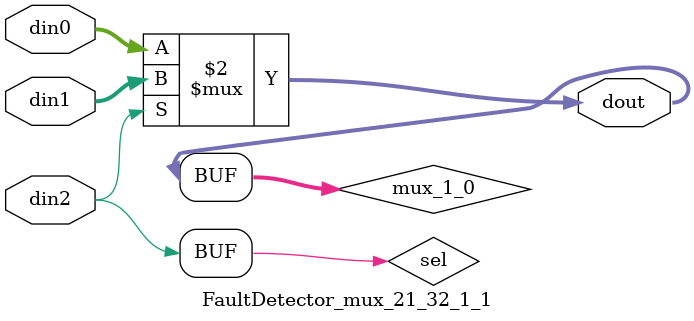
<source format=v>

`timescale 1ns/1ps

module FaultDetector_mux_21_32_1_1 #(
parameter
    ID                = 0,
    NUM_STAGE         = 1,
    din0_WIDTH       = 32,
    din1_WIDTH       = 32,
    din2_WIDTH         = 32,
    dout_WIDTH            = 32
)(
    input  [31 : 0]     din0,
    input  [31 : 0]     din1,
    input  [0 : 0]    din2,
    output [31 : 0]   dout);

// puts internal signals
wire [0 : 0]     sel;
// level 1 signals
wire [31 : 0]         mux_1_0;

assign sel = din2;

// Generate level 1 logic
assign mux_1_0 = (sel[0] == 0)? din0 : din1;

// output logic
assign dout = mux_1_0;

endmodule

</source>
